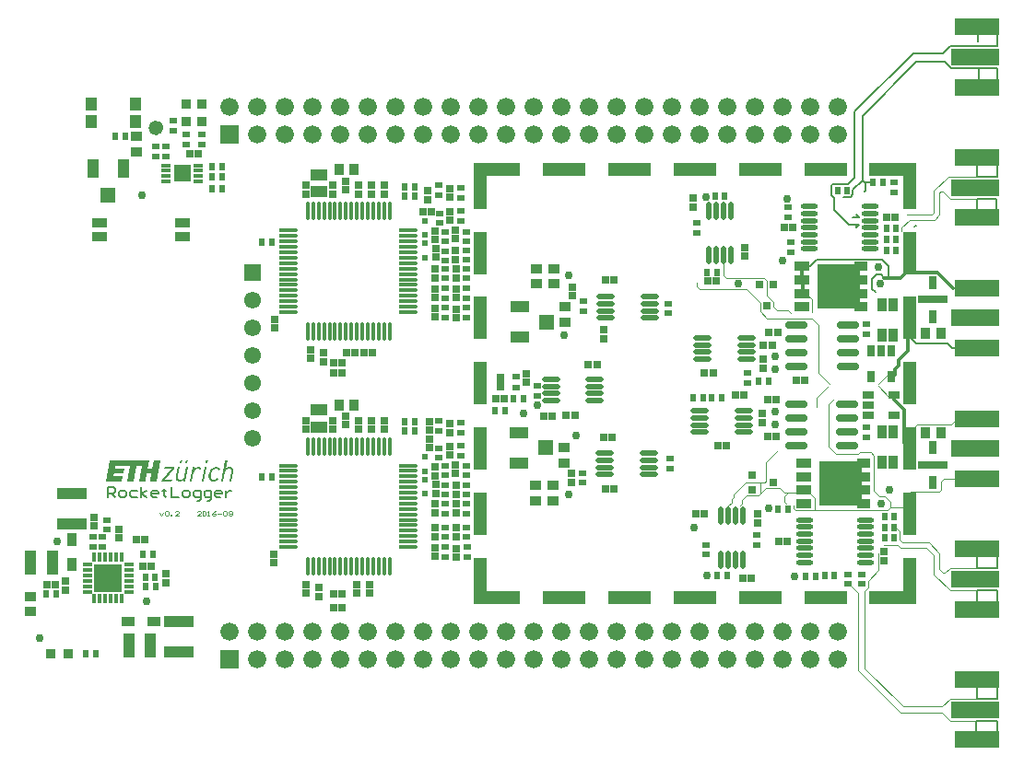
<source format=gbr>
G04 Layer_Color=8388736*
%FSLAX26Y26*%
%MOIN*%
%TF.FileFunction,Soldermask,Top*%
%TF.Part,Single*%
G01*
G75*
%TA.AperFunction,SMDPad,CuDef*%
%ADD20O,0.044291X0.008858*%
%ADD21O,0.043779X0.009842*%
%ADD22O,0.044764X0.007874*%
%ADD23O,0.043228X0.010827*%
%ADD24O,0.042598X0.011811*%
%ADD25O,0.029921X0.019685*%
%ADD26O,0.041850X0.012795*%
%ADD27O,0.040945X0.013780*%
%ADD28O,0.039882X0.014764*%
%ADD29O,0.038622X0.015748*%
%ADD30O,0.037126X0.016732*%
%ADD31O,0.035315X0.017716*%
%ADD32O,0.034055X0.018307*%
%ADD33O,0.033071X0.018701*%
%ADD34O,0.031496X0.019291*%
%ADD35O,0.024803X0.020472*%
%ADD36O,0.027953X0.020079*%
%ADD37C,0.020669*%
%TA.AperFunction,Conductor*%
%ADD77C,0.007874*%
%ADD79C,0.013780*%
%ADD85C,0.004921*%
%TA.AperFunction,NonConductor*%
%ADD88C,0.004724*%
%ADD89C,0.007874*%
%TA.AperFunction,SMDPad,CuDef*%
%ADD115R,0.026378X0.026378*%
%ADD119C,0.029528*%
%ADD121R,0.027559X0.023622*%
%ADD122R,0.026378X0.026378*%
%ADD124R,0.041339X0.033465*%
%ADD126R,0.033465X0.041339*%
%ADD127R,0.023622X0.027559*%
%ADD128O,0.061024X0.019685*%
%ADD130R,0.031496X0.041339*%
%ADD133O,0.064961X0.021614*%
%ADD134R,0.108268X0.043307*%
%ADD136R,0.161417X0.064961*%
%TA.AperFunction,ComponentPad*%
%ADD137C,0.061024*%
%ADD138R,0.061024X0.061024*%
%ADD139C,0.065906*%
%ADD140R,0.065906X0.065906*%
%TA.AperFunction,NonConductor*%
%ADD153C,0.027559*%
%TA.AperFunction,SMDPad,CuDef*%
%ADD154R,0.167323X0.045276*%
%ADD155R,0.045276X0.167323*%
%ADD156R,0.155512X0.045276*%
%ADD157R,0.045276X0.155512*%
%ADD158R,0.037402X0.037402*%
%ADD159R,0.057087X0.057087*%
%ADD160R,0.041339X0.068898*%
%ADD161R,0.041339X0.045276*%
%ADD162R,0.021654X0.024803*%
%ADD163R,0.059055X0.043307*%
%ADD164O,0.021614X0.064961*%
%ADD165R,0.035906X0.045276*%
%ADD166O,0.066929X0.015748*%
%ADD167O,0.015748X0.066929*%
%ADD168R,0.031496X0.025591*%
%ADD169R,0.055906X0.031890*%
%ADD170R,0.046063X0.031890*%
%ADD171R,0.057087X0.057087*%
%ADD172R,0.068898X0.041339*%
%ADD173O,0.080709X0.029528*%
%ADD174R,0.035906X0.050906*%
%ADD175R,0.050906X0.035906*%
%ADD176R,0.059449X0.063386*%
%ADD177R,0.035433X0.015748*%
%ADD178O,0.037402X0.015748*%
%ADD179O,0.015748X0.037402*%
%ADD180R,0.102362X0.102362*%
%ADD181R,0.037402X0.037402*%
%ADD182O,0.064961X0.021653*%
%ADD183R,0.044488X0.087795*%
%ADD184R,0.025591X0.031496*%
%ADD185R,0.041339X0.031496*%
%ADD186R,0.055906X0.035827*%
%ADD187R,0.029528X0.019685*%
%ADD188R,0.173228X0.064961*%
%ADD189R,0.025591X0.045276*%
%ADD190R,0.108268X0.029528*%
%TA.AperFunction,Conductor*%
%ADD191R,0.155906X0.159843*%
G36*
X3614402Y3720409D02*
X3607055D01*
Y3720606D01*
X3607973Y3725854D01*
X3606924Y3724804D01*
X3605809Y3723886D01*
X3604628Y3723098D01*
X3603381Y3722377D01*
X3602201Y3721852D01*
X3600954Y3721327D01*
X3599708Y3720934D01*
X3598593Y3720606D01*
X3597477Y3720409D01*
X3596493Y3720212D01*
X3595575Y3720081D01*
X3594788Y3719950D01*
X3594132D01*
X3593607Y3719884D01*
X3593213D01*
X3591705Y3719950D01*
X3590261Y3720146D01*
X3589015Y3720474D01*
X3587965Y3720802D01*
X3587047Y3721130D01*
X3586391Y3721458D01*
X3586129Y3721524D01*
X3585932Y3721655D01*
X3585866Y3721721D01*
X3585801D01*
X3584685Y3722442D01*
X3583701Y3723230D01*
X3582849Y3724082D01*
X3582193Y3724935D01*
X3581602Y3725657D01*
X3581209Y3726247D01*
X3580946Y3726641D01*
X3580881Y3726706D01*
Y3726772D01*
X3580290Y3728018D01*
X3579831Y3729330D01*
X3579569Y3730577D01*
X3579306Y3731692D01*
X3579175Y3732742D01*
Y3733135D01*
X3579109Y3733529D01*
Y3733857D01*
Y3734054D01*
Y3734185D01*
Y3734250D01*
X3579175Y3735825D01*
X3579306Y3736612D01*
X3579372Y3737334D01*
X3579503Y3737924D01*
X3579569Y3738383D01*
X3579634Y3738711D01*
Y3738842D01*
X3586129Y3771446D01*
X3593607D01*
X3593541Y3771380D01*
X3587244Y3739958D01*
X3587047Y3739039D01*
X3586916Y3738121D01*
X3586850Y3737334D01*
X3586785Y3736612D01*
X3586719Y3736087D01*
Y3735628D01*
Y3735366D01*
Y3735234D01*
X3586850Y3733791D01*
X3587113Y3732545D01*
X3587506Y3731430D01*
X3587965Y3730511D01*
X3588359Y3729790D01*
X3588753Y3729265D01*
X3589015Y3728937D01*
X3589146Y3728806D01*
X3590130Y3728018D01*
X3591245Y3727494D01*
X3592361Y3727100D01*
X3593476Y3726772D01*
X3594394Y3726641D01*
X3595181Y3726575D01*
X3595509Y3726510D01*
X3595903D01*
X3597412Y3726575D01*
X3598133Y3726706D01*
X3598724Y3726838D01*
X3599249Y3726903D01*
X3599708Y3727034D01*
X3599970Y3727100D01*
X3600036D01*
X3601348Y3727559D01*
X3602529Y3728150D01*
X3603578Y3728740D01*
X3604431Y3729330D01*
X3605218Y3729921D01*
X3605743Y3730380D01*
X3606071Y3730642D01*
X3606202Y3730774D01*
X3607383Y3732217D01*
X3608301Y3733726D01*
X3609089Y3735300D01*
X3609745Y3736809D01*
X3609941Y3737530D01*
X3610204Y3738186D01*
X3610335Y3738777D01*
X3610466Y3739236D01*
X3610597Y3739630D01*
X3610663Y3739958D01*
X3610729Y3740154D01*
Y3740220D01*
X3616961Y3771446D01*
X3624505D01*
X3614402Y3720409D01*
D02*
G37*
G36*
X3726841Y3772036D02*
X3728481Y3771839D01*
X3729858Y3771511D01*
X3731105Y3771183D01*
X3732089Y3770855D01*
X3732482Y3770724D01*
X3732810Y3770527D01*
X3733138Y3770462D01*
X3733335Y3770330D01*
X3733401Y3770265D01*
X3733466D01*
X3734778Y3769543D01*
X3735959Y3768625D01*
X3737074Y3767706D01*
X3737993Y3766722D01*
X3738780Y3765870D01*
X3739370Y3765214D01*
X3739567Y3764951D01*
X3739698Y3764754D01*
X3739829Y3764623D01*
Y3764558D01*
X3739961Y3764426D01*
X3734319Y3759703D01*
X3734253Y3759900D01*
X3733466Y3760950D01*
X3732745Y3761802D01*
X3732023Y3762524D01*
X3731367Y3763114D01*
X3730777Y3763574D01*
X3730383Y3763902D01*
X3730121Y3764098D01*
X3729989Y3764164D01*
X3729137Y3764623D01*
X3728153Y3764951D01*
X3727234Y3765148D01*
X3726381Y3765345D01*
X3725594Y3765410D01*
X3725004Y3765476D01*
X3724413D01*
X3723233Y3765410D01*
X3722117Y3765279D01*
X3721002Y3765017D01*
X3719953Y3764689D01*
X3718969Y3764361D01*
X3718050Y3763967D01*
X3717197Y3763508D01*
X3716410Y3763049D01*
X3715754Y3762590D01*
X3715098Y3762130D01*
X3714573Y3761737D01*
X3714114Y3761409D01*
X3713721Y3761081D01*
X3713458Y3760818D01*
X3713327Y3760687D01*
X3713261Y3760622D01*
X3712277Y3759441D01*
X3711425Y3758260D01*
X3710637Y3757014D01*
X3709981Y3755833D01*
X3709457Y3754849D01*
X3709260Y3754390D01*
X3709063Y3753996D01*
X3708932Y3753734D01*
X3708801Y3753471D01*
X3708735Y3753340D01*
Y3753274D01*
X3708276Y3752028D01*
X3707817Y3750716D01*
X3707489Y3749535D01*
X3707161Y3748354D01*
X3706964Y3747370D01*
X3706833Y3746977D01*
X3706767Y3746649D01*
X3706701Y3746321D01*
Y3746124D01*
X3706636Y3745993D01*
Y3745927D01*
X3706373Y3744418D01*
X3706177Y3742975D01*
X3706045Y3741729D01*
X3705980Y3740614D01*
X3705914Y3739695D01*
X3705849Y3738974D01*
Y3738711D01*
Y3738514D01*
Y3738449D01*
Y3738383D01*
X3705914Y3737268D01*
X3705980Y3736218D01*
X3706177Y3735234D01*
X3706373Y3734382D01*
X3706636Y3733529D01*
X3706964Y3732807D01*
X3707292Y3732086D01*
X3707620Y3731495D01*
X3707882Y3730905D01*
X3708210Y3730446D01*
X3708538Y3730052D01*
X3708801Y3729724D01*
X3708997Y3729462D01*
X3709194Y3729265D01*
X3709260Y3729199D01*
X3709325Y3729134D01*
X3710506Y3728281D01*
X3711687Y3727625D01*
X3712933Y3727166D01*
X3714114Y3726838D01*
X3715164Y3726641D01*
X3715623Y3726575D01*
X3716017D01*
X3716279Y3726510D01*
X3716738D01*
X3718050Y3726575D01*
X3719231Y3726706D01*
X3720281Y3726903D01*
X3721265Y3727166D01*
X3722052Y3727428D01*
X3722577Y3727625D01*
X3722970Y3727756D01*
X3723101Y3727822D01*
X3724217Y3728412D01*
X3725266Y3729068D01*
X3726250Y3729790D01*
X3727169Y3730577D01*
X3727890Y3731233D01*
X3728481Y3731758D01*
X3728874Y3732151D01*
X3729005Y3732217D01*
Y3732282D01*
X3729071Y3732348D01*
Y3732282D01*
X3733401Y3727034D01*
X3733335Y3726969D01*
X3732023Y3725722D01*
X3730645Y3724673D01*
X3729333Y3723754D01*
X3728153Y3723033D01*
X3727103Y3722442D01*
X3726644Y3722246D01*
X3726250Y3722049D01*
X3725922Y3721918D01*
X3725725Y3721786D01*
X3725594Y3721721D01*
X3725529D01*
X3723889Y3721130D01*
X3722249Y3720671D01*
X3720740Y3720343D01*
X3719297Y3720146D01*
X3718706Y3720015D01*
X3718116D01*
X3717591Y3719950D01*
X3717197Y3719884D01*
X3716345D01*
X3714377Y3719950D01*
X3712540Y3720212D01*
X3710900Y3720606D01*
X3709522Y3720999D01*
X3708866Y3721196D01*
X3708341Y3721393D01*
X3707882Y3721590D01*
X3707489Y3721786D01*
X3707161Y3721918D01*
X3706964Y3722049D01*
X3706833Y3722114D01*
X3706767D01*
X3705324Y3723033D01*
X3704077Y3724017D01*
X3703028Y3725066D01*
X3702175Y3726050D01*
X3701453Y3726969D01*
X3700929Y3727756D01*
X3700797Y3728018D01*
X3700666Y3728215D01*
X3700535Y3728346D01*
Y3728412D01*
X3699813Y3730052D01*
X3699289Y3731692D01*
X3698895Y3733332D01*
X3698633Y3734841D01*
X3698567Y3735562D01*
X3698501Y3736153D01*
X3698436Y3736743D01*
Y3737268D01*
X3698370Y3737662D01*
Y3737924D01*
Y3738121D01*
Y3738186D01*
X3698436Y3739630D01*
X3698501Y3741073D01*
X3698633Y3742385D01*
X3698764Y3743631D01*
X3698895Y3744615D01*
X3698961Y3745009D01*
X3699026Y3745402D01*
X3699092Y3745665D01*
X3699157Y3745862D01*
Y3745993D01*
Y3746058D01*
X3699617Y3748289D01*
X3700207Y3750454D01*
X3700863Y3752422D01*
X3701519Y3754324D01*
X3702306Y3756030D01*
X3703028Y3757604D01*
X3703815Y3759047D01*
X3704537Y3760294D01*
X3705258Y3761474D01*
X3705980Y3762458D01*
X3706570Y3763311D01*
X3707095Y3764033D01*
X3707554Y3764558D01*
X3707948Y3764951D01*
X3708145Y3765214D01*
X3708210Y3765279D01*
X3709522Y3766460D01*
X3710900Y3767510D01*
X3712277Y3768428D01*
X3713721Y3769215D01*
X3715164Y3769871D01*
X3716541Y3770462D01*
X3717919Y3770921D01*
X3719231Y3771249D01*
X3720412Y3771511D01*
X3721593Y3771774D01*
X3722577Y3771905D01*
X3723429Y3771970D01*
X3724151Y3772036D01*
X3724676Y3772102D01*
X3725135D01*
X3726841Y3772036D01*
D02*
G37*
G36*
X3759837Y3766329D02*
X3760887Y3767378D01*
X3762068Y3768231D01*
X3763249Y3769018D01*
X3764429Y3769674D01*
X3765676Y3770199D01*
X3766857Y3770724D01*
X3768037Y3771052D01*
X3769218Y3771380D01*
X3770268Y3771642D01*
X3771252Y3771774D01*
X3772105Y3771905D01*
X3772892Y3772036D01*
X3773548D01*
X3774007Y3772102D01*
X3774401D01*
X3775909Y3772036D01*
X3777353Y3771839D01*
X3778599Y3771511D01*
X3779714Y3771183D01*
X3780567Y3770855D01*
X3781223Y3770527D01*
X3781485Y3770462D01*
X3781682Y3770330D01*
X3781748Y3770265D01*
X3781813D01*
X3782929Y3769543D01*
X3783978Y3768756D01*
X3784831Y3767903D01*
X3785487Y3767050D01*
X3786077Y3766329D01*
X3786471Y3765738D01*
X3786733Y3765345D01*
X3786799Y3765279D01*
Y3765214D01*
X3787389Y3763967D01*
X3787849Y3762655D01*
X3788111Y3761409D01*
X3788373Y3760228D01*
X3788505Y3759178D01*
Y3758785D01*
X3788570Y3758391D01*
Y3758063D01*
Y3757866D01*
Y3757735D01*
Y3757670D01*
Y3756882D01*
X3788505Y3756030D01*
X3788439Y3755177D01*
X3788308Y3754324D01*
X3788242Y3753668D01*
X3788111Y3753078D01*
X3788045Y3752684D01*
Y3752618D01*
Y3752553D01*
X3781485Y3720409D01*
X3774073D01*
X3780370Y3751831D01*
X3780567Y3752946D01*
X3780698Y3753930D01*
X3780829Y3754718D01*
X3780895Y3755374D01*
X3780961Y3755898D01*
Y3756292D01*
Y3756489D01*
Y3756554D01*
X3780829Y3758063D01*
X3780567Y3759375D01*
X3780173Y3760490D01*
X3779714Y3761409D01*
X3779255Y3762130D01*
X3778861Y3762655D01*
X3778599Y3762983D01*
X3778468Y3763114D01*
X3777484Y3763902D01*
X3776434Y3764492D01*
X3775319Y3764886D01*
X3774269Y3765214D01*
X3773285Y3765345D01*
X3772564Y3765410D01*
X3772236Y3765476D01*
X3771842D01*
X3770333Y3765345D01*
X3769612Y3765279D01*
X3768956Y3765148D01*
X3768431Y3765017D01*
X3768037Y3764951D01*
X3767709Y3764820D01*
X3767644D01*
X3766332Y3764361D01*
X3765151Y3763770D01*
X3764101Y3763180D01*
X3763183Y3762590D01*
X3762461Y3761999D01*
X3761937Y3761540D01*
X3761609Y3761212D01*
X3761477Y3761081D01*
X3760297Y3759703D01*
X3759313Y3758129D01*
X3758525Y3756554D01*
X3757935Y3755046D01*
X3757410Y3753734D01*
X3757279Y3753143D01*
X3757148Y3752618D01*
X3757017Y3752225D01*
X3756951Y3751897D01*
X3756885Y3751700D01*
Y3751634D01*
X3750653Y3720409D01*
X3743241D01*
X3758197Y3794734D01*
X3765610D01*
X3759837Y3766329D01*
D02*
G37*
G36*
X3573074Y3765214D02*
X3539225Y3727034D01*
X3566055D01*
X3564809Y3720409D01*
X3528794D01*
X3530041Y3726706D01*
X3563825Y3764820D01*
X3538503D01*
Y3765017D01*
X3539749Y3771446D01*
X3574321D01*
X3573074Y3765214D01*
D02*
G37*
G36*
X3680986Y3720409D02*
X3673573D01*
Y3720606D01*
X3683807Y3771446D01*
X3691154D01*
X3680986Y3720409D01*
D02*
G37*
G36*
X3621684Y3785484D02*
X3614271D01*
X3616173Y3794734D01*
X3623586D01*
X3621684Y3785484D01*
D02*
G37*
G36*
X3694041D02*
X3686562D01*
X3688465Y3794734D01*
X3695943D01*
X3694041Y3785484D01*
D02*
G37*
G36*
X3601873D02*
X3594460D01*
X3596362Y3794734D01*
X3603775D01*
X3601873Y3785484D01*
D02*
G37*
G36*
X3662749Y3772036D02*
X3663930Y3771905D01*
X3665045Y3771642D01*
X3666161Y3771380D01*
X3667145Y3770986D01*
X3668063Y3770593D01*
X3668850Y3770134D01*
X3669637Y3769740D01*
X3670293Y3769281D01*
X3670884Y3768822D01*
X3671343Y3768428D01*
X3671802Y3768034D01*
X3672130Y3767772D01*
X3672327Y3767510D01*
X3672458Y3767378D01*
X3672524Y3767313D01*
X3672655Y3767182D01*
X3666554Y3761868D01*
Y3761934D01*
X3666029Y3762590D01*
X3665439Y3763114D01*
X3664849Y3763574D01*
X3664258Y3763967D01*
X3663077Y3764623D01*
X3661897Y3765017D01*
X3660913Y3765279D01*
X3660519Y3765345D01*
X3660125Y3765410D01*
X3659797Y3765476D01*
X3659404D01*
X3658157Y3765410D01*
X3656977Y3765214D01*
X3655861Y3764886D01*
X3654877Y3764623D01*
X3654090Y3764295D01*
X3653434Y3763967D01*
X3653041Y3763770D01*
X3652975Y3763705D01*
X3652909D01*
X3651794Y3762983D01*
X3650810Y3762196D01*
X3649957Y3761343D01*
X3649170Y3760556D01*
X3648580Y3759834D01*
X3648121Y3759244D01*
X3647858Y3758850D01*
X3647727Y3758785D01*
Y3758719D01*
X3647005Y3757538D01*
X3646349Y3756292D01*
X3645825Y3755111D01*
X3645431Y3753996D01*
X3645169Y3753078D01*
X3644906Y3752290D01*
X3644841Y3752028D01*
Y3751831D01*
X3644775Y3751700D01*
Y3751634D01*
X3638543Y3720409D01*
X3631065D01*
X3631130Y3720606D01*
X3641233Y3771446D01*
X3648645D01*
X3648514Y3771380D01*
X3647465Y3765607D01*
X3648383Y3766722D01*
X3649367Y3767641D01*
X3650417Y3768494D01*
X3651335Y3769150D01*
X3652188Y3769674D01*
X3652844Y3770068D01*
X3653106Y3770199D01*
X3653303Y3770330D01*
X3653369Y3770396D01*
X3653434D01*
X3654812Y3770986D01*
X3656255Y3771380D01*
X3657567Y3771708D01*
X3658813Y3771905D01*
X3659863Y3772036D01*
X3660322D01*
X3660716Y3772102D01*
X3661437D01*
X3662749Y3772036D01*
D02*
G37*
G36*
X3509311Y3720409D02*
X3485957D01*
X3491730Y3749207D01*
X3475068D01*
X3469295Y3720409D01*
X3446073D01*
X3457225Y3776169D01*
X3437741D01*
X3426524Y3720409D01*
X3403236D01*
X3414519Y3776169D01*
X3361449D01*
X3359415Y3765935D01*
X3392871D01*
X3389460Y3749207D01*
X3356004D01*
X3353970Y3739039D01*
X3387492D01*
X3383753Y3720409D01*
X3327074D01*
X3342031Y3794734D01*
X3484252D01*
X3478348Y3765935D01*
X3495141D01*
X3500914Y3794734D01*
X3524268D01*
X3509311Y3720409D01*
D02*
G37*
D20*
X3507874Y5007382D02*
D03*
Y4992618D02*
D03*
D21*
Y5007874D02*
D03*
Y4992126D02*
D03*
D22*
Y5006890D02*
D03*
Y4993110D02*
D03*
D23*
Y5008366D02*
D03*
Y4991634D02*
D03*
D24*
Y5008858D02*
D03*
Y4991142D02*
D03*
D25*
Y5012795D02*
D03*
Y4987205D02*
D03*
D26*
Y5009350D02*
D03*
Y4990650D02*
D03*
D27*
Y5009842D02*
D03*
Y4990158D02*
D03*
D28*
Y5010335D02*
D03*
Y4989665D02*
D03*
D29*
Y5010827D02*
D03*
Y4989173D02*
D03*
D30*
Y5011319D02*
D03*
Y4988681D02*
D03*
D31*
Y5011811D02*
D03*
Y4988189D02*
D03*
D32*
Y5012106D02*
D03*
Y4987894D02*
D03*
D33*
Y5012303D02*
D03*
Y4987697D02*
D03*
D34*
Y5012598D02*
D03*
Y4987402D02*
D03*
D35*
Y5013189D02*
D03*
Y4986811D02*
D03*
D36*
Y5012992D02*
D03*
Y4987008D02*
D03*
D37*
Y5013287D02*
D03*
Y4986713D02*
D03*
D77*
X6550198Y3256890D02*
X6551182Y3255905D01*
X6550197Y3455709D02*
X6551182Y3456693D01*
X6480315Y5311024D02*
Y5362008D01*
X6484252Y5215551D02*
X6551182D01*
X6074803Y4771654D02*
Y4803150D01*
X6070866Y4767717D02*
X6074803Y4771654D01*
X6039370Y4637795D02*
Y4648622D01*
Y4637795D02*
X6050197Y4648622D01*
X6039370D02*
X6050197D01*
X6012417D02*
X6039370D01*
X6035354Y4820701D02*
Y5059456D01*
X6245662Y5269764D01*
X6352441D01*
X6074803Y4803150D02*
X6100394D01*
X6480315Y3497638D02*
X6480315Y3497638D01*
X6388583Y4201968D02*
X6477362D01*
X6129921Y4468504D02*
X6141732Y4456693D01*
X6110236Y4468504D02*
X6129921D01*
X6110236Y4464567D02*
Y4468504D01*
X6098425Y4452756D02*
X6110236Y4464567D01*
X6098425Y4416230D02*
Y4452756D01*
Y4416230D02*
X6109688Y4404967D01*
X6257831Y5238232D02*
X6360193D01*
X6382874Y5215551D02*
X6483268D01*
X6484252Y5200787D02*
Y5215551D01*
Y5153740D02*
Y5200787D01*
X6063071Y5043472D02*
X6257831Y5238232D01*
X6069142Y4803150D02*
X6074803D01*
X6063071Y4809220D02*
X6069142Y4803150D01*
X6063071Y4809220D02*
Y5043472D01*
X6039370Y4685039D02*
X6049213Y4675197D01*
X6360193Y5238232D02*
X6382874Y5215551D01*
X6476378Y3258071D02*
X6477362Y3257087D01*
X6476378Y3325787D02*
X6550198D01*
X6476378Y3474213D02*
X6477362Y3475197D01*
X6476378Y3406496D02*
X6550197D01*
X6476378Y3311024D02*
Y3325787D01*
Y3258071D02*
Y3311024D01*
Y3421260D02*
Y3474213D01*
Y3406496D02*
Y3421260D01*
X6550197Y3406496D02*
Y3455709D01*
X6476378Y2948819D02*
Y3001772D01*
X6472441Y2789567D02*
X6477362Y2784646D01*
X6472441Y2789567D02*
Y2838583D01*
X6476378Y2934055D02*
Y2948819D01*
Y2934055D02*
X6551182D01*
Y2996063D01*
X6472441Y2838583D02*
Y2853347D01*
X6551182D01*
Y2811024D02*
Y2853347D01*
X6352441Y5269764D02*
X6378937Y5296260D01*
X6551182D02*
Y5334646D01*
X6520866Y4892520D02*
X6551181Y4862205D01*
Y4823819D02*
Y4862205D01*
X6476378Y4823819D02*
X6551181D01*
X6476378Y4838583D02*
Y4891535D01*
Y4823819D02*
Y4838583D01*
X6477362Y4743110D02*
X6547245D01*
Y4673228D02*
X6551182Y4669291D01*
X6251968Y4641732D02*
X6255905Y4645669D01*
X6028543Y4774693D02*
X6063071Y4809220D01*
X6028543Y4757874D02*
Y4774693D01*
X5994095Y4750984D02*
X6021654D01*
X6028543Y4757874D01*
X5959646Y4701393D02*
X6012417Y4648622D01*
X6010913Y4796260D02*
X6035354Y4820701D01*
X5951772Y4791339D02*
X5956693Y4796260D01*
X6010913D01*
X5951772Y4754921D02*
Y4791339D01*
Y4754921D02*
X5959646Y4747047D01*
Y4701393D02*
Y4747047D01*
X6232283Y4244095D02*
X6256890Y4219488D01*
X6371063D01*
X6388583Y4201968D01*
X6141732Y4456693D02*
X6142717Y4457677D01*
X5845472Y4499216D02*
X5874216D01*
X5897638Y4522638D01*
X6133858D01*
X6158465Y4498032D01*
Y4456693D02*
Y4498032D01*
X6477362Y4674409D02*
Y4743110D01*
X6547245Y4673228D02*
Y4743110D01*
X6028811Y4675197D02*
X6049213D01*
X6551182Y5145669D02*
Y5215551D01*
X6378937Y5296260D02*
X6551182D01*
X6550198Y3256890D02*
Y3325787D01*
X6425197Y3472820D02*
Y3497638D01*
X6480315D01*
D79*
X6179510Y4105588D02*
Y4125273D01*
X6200787Y4456693D02*
X6220472Y4476378D01*
X5845472Y4450197D02*
Y4499216D01*
X6334646Y4476378D02*
X6390945Y4420079D01*
X6158465Y4456693D02*
X6200787D01*
X6193290Y4139052D02*
Y4157856D01*
X6228038Y4192605D01*
Y4295584D01*
X6178159Y4014491D02*
Y4034176D01*
X6212598Y3858268D02*
Y3980052D01*
X6141732Y4456693D02*
X6158465D01*
X6178159Y4014491D02*
X6212598Y3980052D01*
X5845849Y4400197D02*
Y4447517D01*
X6179510Y4125273D02*
X6193290Y4139052D01*
X6220472Y4476378D02*
X6334646D01*
D85*
X5921260Y4094488D02*
X5942421Y4073327D01*
X5921260Y4046626D02*
X5939594Y4064961D01*
X5896958Y4022325D02*
X5921260Y4046626D01*
X5896958Y3989920D02*
Y4022325D01*
X6224409Y3649606D02*
X6232283Y3641732D01*
X6164380Y3626695D02*
X6217247D01*
X6047708Y3818920D02*
X6053811Y3825022D01*
X5968041Y3818920D02*
X6047708D01*
X6153061Y3615376D02*
X6164380Y3626695D01*
X5763779Y3696850D02*
X5780020Y3680610D01*
X5626477Y3638288D02*
Y3654036D01*
X5622047Y3633858D02*
X5626477Y3638288D01*
X5560039Y4465551D02*
Y4538386D01*
X5740158Y4351876D02*
Y4370079D01*
Y4351876D02*
X5752959Y4339075D01*
X5794783D01*
X5941447Y4000000D02*
X5962116Y4020669D01*
X5941447Y3845514D02*
X5968041Y3818920D01*
X6378937Y3406496D02*
X6476378D01*
X6362205Y3389764D02*
X6378937Y3406496D01*
X6352502Y3389764D02*
X6362205D01*
X6340551Y3401715D02*
X6352502Y3389764D01*
X6196850Y3509719D02*
X6208538Y3498032D01*
X6196850Y3509719D02*
Y3539370D01*
X6182360Y3553861D02*
X6196850Y3539370D01*
X6178159Y3553861D02*
X6182360D01*
X6378937Y3325787D02*
X6476378D01*
X6320866Y3383858D02*
X6378937Y3325787D01*
X6320866Y3383858D02*
Y3452616D01*
X6208538Y3498032D02*
X6303289D01*
X6340551Y3460770D01*
Y3401715D02*
Y3460770D01*
X6295136Y3478346D02*
X6320866Y3452616D01*
X6200384Y3478346D02*
X6295136D01*
X6190542Y3488189D02*
X6200384Y3478346D01*
X6140262Y3488189D02*
X6190542D01*
X6121565Y3399124D02*
Y3460988D01*
X6082677Y3360236D02*
X6121565Y3399124D01*
X6378937Y2934055D02*
X6476378D01*
X6209413Y2905020D02*
X6349902D01*
X6070374Y3044059D02*
X6209413Y2905020D01*
X6070374Y3044059D02*
Y3322343D01*
X6082677Y3334646D01*
Y3360236D01*
X6378937Y2853347D02*
X6472441D01*
X6349902Y2882382D02*
X6378937Y2853347D01*
X6349902Y2905020D02*
X6378937Y2934055D01*
X6200036Y2882382D02*
X6349902D01*
X6047736Y3034682D02*
X6200036Y2882382D01*
X6047736Y3034682D02*
Y3314961D01*
X6014272Y3348425D02*
X6047736Y3314961D01*
X6009842Y3348425D02*
X6014272D01*
X6314821Y4687008D02*
X6320866Y4693053D01*
Y4771793D01*
X6372892Y4823819D01*
X6476378D01*
X6185039Y4596457D02*
Y4602362D01*
X6378937Y4743110D02*
X6477362D01*
X6354331Y4767717D02*
X6378937Y4743110D01*
X6344628Y4767717D02*
X6354331D01*
X6340551Y4763640D02*
X6344628Y4767717D01*
X6340551Y4684900D02*
Y4763640D01*
X6322975Y4667323D02*
X6340551Y4684900D01*
X6232423Y4667323D02*
X6322975D01*
X6203740Y4638640D02*
X6232423Y4667323D01*
X6203740Y4625717D02*
Y4638640D01*
X6224270Y4687008D02*
X6314821D01*
X5857185Y4400197D02*
X5878937Y4378445D01*
X5716535Y4393701D02*
X5740158Y4370079D01*
X5716535Y4393701D02*
Y4445866D01*
X5706201Y4456201D02*
X5716535Y4445866D01*
X5569390Y4456201D02*
X5706201D01*
X5560039Y4465551D02*
X5569390Y4456201D01*
X5878937Y4332677D02*
Y4378445D01*
X5794783Y4339075D02*
X5803048Y4330810D01*
X5692913Y4334646D02*
Y4366142D01*
Y4334646D02*
X5718504Y4309055D01*
X5880905D01*
X5475394Y4415354D02*
X5643701D01*
X5692913Y4366142D01*
X5463583Y4427165D02*
X5475394Y4415354D01*
X5463583Y4427165D02*
Y4437992D01*
X5904528Y4111220D02*
Y4285433D01*
X5880905Y4309055D02*
X5904528Y4285433D01*
Y4111220D02*
X5921260Y4094488D01*
X6382874Y3927165D02*
X6403346Y3947638D01*
X6259842Y3927165D02*
X6382874D01*
X6232283Y3899606D02*
X6259842Y3927165D01*
X6356496Y3729528D02*
X6477362D01*
X6346457Y3719488D02*
X6356496Y3729528D01*
X6346457Y3687992D02*
Y3719488D01*
X6340551Y3682087D02*
X6346457Y3687992D01*
X6236220Y3682087D02*
X6340551D01*
X6232283Y3678150D02*
X6236220Y3682087D01*
X6232283Y3641732D02*
Y3678150D01*
X6164380Y3626695D02*
Y3646644D01*
X6053811Y3825022D02*
X6092301D01*
X6104331Y3686744D02*
Y3812992D01*
X6092301Y3825022D02*
X6104331Y3812992D01*
X5941447Y3845514D02*
Y4000000D01*
X6119461Y4064961D02*
X6158297Y4026124D01*
X5714567Y3720472D02*
Y3789370D01*
X5756912Y3831715D01*
X5597933Y3672477D02*
X5640023Y3714567D01*
X5708661D02*
X5714567Y3720472D01*
X5640023Y3714567D02*
X5692913D01*
X5708661D01*
X5589075Y3655020D02*
X5597933Y3663878D01*
Y3672477D01*
X5589075Y3644193D02*
Y3655020D01*
X5578740Y3633858D02*
X5589075Y3644193D01*
X5578740Y3596457D02*
Y3633858D01*
X5626477Y3654036D02*
X5642717Y3670276D01*
X5687008D01*
X5692913Y3676181D01*
Y3676181D02*
X5713583Y3696850D01*
X5763779D01*
X5692913Y3676181D02*
Y3714567D01*
X5780020Y3680610D02*
X5795200D01*
X5781496Y3666907D02*
X5795200Y3680610D01*
X5781496Y3644685D02*
Y3666907D01*
Y3644685D02*
X5787901Y3638280D01*
X5870307Y3680610D02*
X5890653Y3660265D01*
X5813976Y3622047D02*
X5820647Y3615376D01*
X5813976Y3622047D02*
Y3631890D01*
X5890653Y3615472D02*
Y3660265D01*
X5820647Y3615376D02*
X5890748D01*
X6153061D01*
X6144685Y3666339D02*
X6164380Y3646644D01*
X6104331Y3686744D02*
X6124737Y3666339D01*
X6144685D01*
X5795200Y3680610D02*
X5870307D01*
X6119335Y4073327D02*
X6159648Y4113639D01*
D88*
X3521464Y3607607D02*
X3528024Y3594488D01*
X3534583Y3607607D01*
X3541143Y3610887D02*
X3544423Y3614167D01*
X3550982D01*
X3554262Y3610887D01*
Y3597768D01*
X3550982Y3594488D01*
X3544423D01*
X3541143Y3597768D01*
Y3610887D01*
X3560822Y3594488D02*
Y3597768D01*
X3564101D01*
Y3594488D01*
X3560822D01*
X3590340D02*
X3577220D01*
X3590340Y3607607D01*
Y3610887D01*
X3587060Y3614167D01*
X3580500D01*
X3577220Y3610887D01*
X3669054Y3594488D02*
X3655935D01*
X3669054Y3607607D01*
Y3610887D01*
X3665774Y3614167D01*
X3659215D01*
X3655935Y3610887D01*
X3675613D02*
X3678893Y3614167D01*
X3685453D01*
X3688733Y3610887D01*
Y3597768D01*
X3685453Y3594488D01*
X3678893D01*
X3675613Y3597768D01*
Y3610887D01*
X3695292Y3594488D02*
X3701852D01*
X3698572D01*
Y3614167D01*
X3695292Y3610887D01*
X3724810Y3614167D02*
X3718250Y3610887D01*
X3711691Y3604327D01*
Y3597768D01*
X3714971Y3594488D01*
X3721530D01*
X3724810Y3597768D01*
Y3601048D01*
X3721530Y3604327D01*
X3711691D01*
X3731369D02*
X3744489D01*
X3751048Y3610887D02*
X3754328Y3614167D01*
X3760887D01*
X3764167Y3610887D01*
Y3597768D01*
X3760887Y3594488D01*
X3754328D01*
X3751048Y3597768D01*
Y3610887D01*
X3770727Y3597768D02*
X3774006Y3594488D01*
X3780566D01*
X3783846Y3597768D01*
Y3610887D01*
X3780566Y3614167D01*
X3774006D01*
X3770727Y3610887D01*
Y3607607D01*
X3774006Y3604327D01*
X3783846D01*
D89*
X3334646Y3661417D02*
Y3700775D01*
X3354324D01*
X3360884Y3694215D01*
Y3681096D01*
X3354324Y3674536D01*
X3334646D01*
X3347765D02*
X3360884Y3661417D01*
X3380563D02*
X3393682D01*
X3400241Y3667977D01*
Y3681096D01*
X3393682Y3687655D01*
X3380563D01*
X3374003Y3681096D01*
Y3667977D01*
X3380563Y3661417D01*
X3439599Y3687655D02*
X3419920D01*
X3413360Y3681096D01*
Y3667977D01*
X3419920Y3661417D01*
X3439599D01*
X3452718D02*
Y3700775D01*
Y3674536D02*
X3472397Y3687655D01*
X3452718Y3674536D02*
X3472397Y3661417D01*
X3511754D02*
X3498635D01*
X3492075Y3667977D01*
Y3681096D01*
X3498635Y3687655D01*
X3511754D01*
X3518314Y3681096D01*
Y3674536D01*
X3492075D01*
X3537992Y3694215D02*
Y3687655D01*
X3531433D01*
X3544552D01*
X3537992D01*
Y3667977D01*
X3544552Y3661417D01*
X3564231Y3700775D02*
Y3661417D01*
X3590469D01*
X3610148D02*
X3623267D01*
X3629826Y3667977D01*
Y3681096D01*
X3623267Y3687655D01*
X3610148D01*
X3603588Y3681096D01*
Y3667977D01*
X3610148Y3661417D01*
X3656064Y3648298D02*
X3662624D01*
X3669184Y3654858D01*
Y3687655D01*
X3649505D01*
X3642945Y3681096D01*
Y3667977D01*
X3649505Y3661417D01*
X3669184D01*
X3695422Y3648298D02*
X3701981D01*
X3708541Y3654858D01*
Y3687655D01*
X3688862D01*
X3682303Y3681096D01*
Y3667977D01*
X3688862Y3661417D01*
X3708541D01*
X3741339D02*
X3728220D01*
X3721660Y3667977D01*
Y3681096D01*
X3728220Y3687655D01*
X3741339D01*
X3747898Y3681096D01*
Y3674536D01*
X3721660D01*
X3761017Y3687655D02*
Y3661417D01*
Y3674536D01*
X3767577Y3681096D01*
X3774137Y3687655D01*
X3780696D01*
D115*
X5011811Y3748031D02*
D03*
Y3716535D02*
D03*
X4515748Y3637795D02*
D03*
Y3606299D02*
D03*
Y4488189D02*
D03*
Y4456693D02*
D03*
X4594488Y3476378D02*
D03*
Y3444882D02*
D03*
Y4342520D02*
D03*
Y4311024D02*
D03*
X6141732Y3464567D02*
D03*
Y3433071D02*
D03*
X5685039Y3602362D02*
D03*
Y3570866D02*
D03*
X4515748Y4346457D02*
D03*
Y4314961D02*
D03*
Y3480315D02*
D03*
Y3448819D02*
D03*
X4594488Y4488189D02*
D03*
Y4456693D02*
D03*
Y3637795D02*
D03*
Y3606299D02*
D03*
X4590551Y4629921D02*
D03*
Y4598425D02*
D03*
Y3779528D02*
D03*
Y3748032D02*
D03*
X4515748Y4625984D02*
D03*
Y4594488D02*
D03*
Y3519685D02*
D03*
Y3551181D02*
D03*
Y4385827D02*
D03*
Y4417323D02*
D03*
X4519685Y4531496D02*
D03*
Y4562992D02*
D03*
X4496063Y3842520D02*
D03*
Y3874016D02*
D03*
X5704724Y4129921D02*
D03*
Y4161417D02*
D03*
X4570866Y4665355D02*
D03*
Y4696851D02*
D03*
Y3814961D02*
D03*
Y3846457D02*
D03*
X4590551Y4523622D02*
D03*
Y4555118D02*
D03*
X4594488Y3673229D02*
D03*
Y3704725D02*
D03*
X4594488Y4385827D02*
D03*
Y4417323D02*
D03*
Y3519685D02*
D03*
Y3551181D02*
D03*
X4519685Y3677165D02*
D03*
Y3708661D02*
D03*
X4515748Y3771654D02*
D03*
Y3740157D02*
D03*
X4145669Y4759843D02*
D03*
Y4791339D02*
D03*
X4192913Y4775591D02*
D03*
Y4807087D02*
D03*
X4051181Y4759843D02*
D03*
Y4791339D02*
D03*
X4145669Y3909449D02*
D03*
Y3940945D02*
D03*
X4192913Y3925197D02*
D03*
Y3956693D02*
D03*
X4051181Y3909449D02*
D03*
Y3940945D02*
D03*
X3542913Y3354331D02*
D03*
Y3385827D02*
D03*
X4846457Y4078740D02*
D03*
Y4110236D02*
D03*
X5450787Y4713949D02*
D03*
Y4745445D02*
D03*
X5700787Y3933071D02*
D03*
Y3964567D02*
D03*
X3181102Y3326772D02*
D03*
Y3358268D02*
D03*
X3283071Y3590551D02*
D03*
Y3559055D02*
D03*
X5013162Y4391732D02*
D03*
Y4423228D02*
D03*
X4496063Y3937008D02*
D03*
Y3905512D02*
D03*
X4492126Y4771654D02*
D03*
Y4740158D02*
D03*
X5638779Y4566929D02*
D03*
Y4535433D02*
D03*
X5125984Y4267717D02*
D03*
Y4236221D02*
D03*
X4570866Y4779528D02*
D03*
Y4748032D02*
D03*
Y3929134D02*
D03*
Y3897638D02*
D03*
X3373622Y3515748D02*
D03*
Y3547244D02*
D03*
X4240157Y4759843D02*
D03*
Y4791339D02*
D03*
Y3909449D02*
D03*
Y3940945D02*
D03*
X4287401Y4759843D02*
D03*
Y4791339D02*
D03*
Y3909449D02*
D03*
Y3940945D02*
D03*
X4334646Y4759843D02*
D03*
Y4791339D02*
D03*
Y3909449D02*
D03*
Y3940945D02*
D03*
X4114173Y4153543D02*
D03*
Y4185039D02*
D03*
X4098425Y3303150D02*
D03*
Y3334646D02*
D03*
X4279528Y3346457D02*
D03*
Y3314961D02*
D03*
X4232283Y3346457D02*
D03*
Y3314961D02*
D03*
X4066929Y4196850D02*
D03*
Y4165354D02*
D03*
X4051181Y3346457D02*
D03*
Y3314961D02*
D03*
X3937008Y4307087D02*
D03*
Y4275591D02*
D03*
X3933071Y3456693D02*
D03*
Y3425197D02*
D03*
D119*
X4885827Y3995079D02*
D03*
X4838583Y3964567D02*
D03*
X6125984Y4437008D02*
D03*
X6122047Y4496063D02*
D03*
X5748032Y4125984D02*
D03*
Y4173228D02*
D03*
Y3972441D02*
D03*
Y3925197D02*
D03*
X5614173Y4437008D02*
D03*
X5496063Y4748032D02*
D03*
X5001351Y4466535D02*
D03*
X4984252Y4248032D02*
D03*
X5724409Y3622047D02*
D03*
X5815955Y3376695D02*
D03*
X5773622Y4517717D02*
D03*
X3472441Y3287402D02*
D03*
X3149606Y3503937D02*
D03*
X5027559Y3885827D02*
D03*
X5000000Y3673228D02*
D03*
X5500000Y3377953D02*
D03*
X5452756Y3551181D02*
D03*
X6128937Y3639764D02*
D03*
X6161417Y3688976D02*
D03*
X3086614Y3153543D02*
D03*
X5791339Y4744095D02*
D03*
X3456693Y4755905D02*
D03*
D121*
X5051181Y3714567D02*
D03*
Y3750000D02*
D03*
X3673228Y4974409D02*
D03*
Y4938976D02*
D03*
X4629921Y3777559D02*
D03*
Y3742126D02*
D03*
X4633858Y3482284D02*
D03*
Y3446851D02*
D03*
X4629921Y4348425D02*
D03*
Y4312992D02*
D03*
Y3553150D02*
D03*
Y3517717D02*
D03*
Y4419291D02*
D03*
Y4383858D02*
D03*
Y3706693D02*
D03*
Y3671260D02*
D03*
Y4557087D02*
D03*
Y4521654D02*
D03*
X4610236Y3848426D02*
D03*
Y3812992D02*
D03*
Y4698819D02*
D03*
Y4663386D02*
D03*
X4555118Y3482284D02*
D03*
Y3446851D02*
D03*
Y4348425D02*
D03*
Y4312992D02*
D03*
Y3553150D02*
D03*
Y3517717D02*
D03*
Y4419291D02*
D03*
Y4383858D02*
D03*
X4531496Y3840552D02*
D03*
Y3805119D02*
D03*
X4535433Y4690945D02*
D03*
Y4655512D02*
D03*
X3618110Y4974409D02*
D03*
Y4938976D02*
D03*
X4629921Y4454724D02*
D03*
Y4490157D02*
D03*
X4555118Y4454724D02*
D03*
Y4490157D02*
D03*
Y4624016D02*
D03*
Y4588583D02*
D03*
X4629921Y4624016D02*
D03*
Y4588583D02*
D03*
X5645669Y4076772D02*
D03*
Y4112205D02*
D03*
X6059055Y3348425D02*
D03*
Y3383858D02*
D03*
X4555118Y4517717D02*
D03*
Y4553150D02*
D03*
Y3671260D02*
D03*
Y3706693D02*
D03*
X6009842Y3348425D02*
D03*
Y3383858D02*
D03*
X4555118Y3604331D02*
D03*
Y3639764D02*
D03*
Y3777559D02*
D03*
Y3742126D02*
D03*
X4629921Y3604331D02*
D03*
Y3639764D02*
D03*
X4610236Y3895670D02*
D03*
Y3931103D02*
D03*
Y4746063D02*
D03*
Y4781496D02*
D03*
X4531496Y3903543D02*
D03*
Y3938976D02*
D03*
X4531496Y4755906D02*
D03*
Y4791339D02*
D03*
X5366142Y3765748D02*
D03*
Y3801181D02*
D03*
X5362205Y4328740D02*
D03*
Y4364173D02*
D03*
X3279528Y3482283D02*
D03*
Y3517716D02*
D03*
X3330315Y3580709D02*
D03*
Y3545276D02*
D03*
X3314567Y3517717D02*
D03*
Y3482284D02*
D03*
X4885827Y4064961D02*
D03*
Y4029528D02*
D03*
X5055118Y4372047D02*
D03*
Y4336614D02*
D03*
X3507874Y4895669D02*
D03*
Y4931102D02*
D03*
X3543307Y4895669D02*
D03*
Y4931102D02*
D03*
X3570866Y5025591D02*
D03*
Y4990158D02*
D03*
X6078740Y4253937D02*
D03*
Y4289370D02*
D03*
X6077766Y3880632D02*
D03*
Y3916066D02*
D03*
X5681102Y3525591D02*
D03*
Y3490157D02*
D03*
X5464567Y4620079D02*
D03*
Y4655512D02*
D03*
X5496063Y3490157D02*
D03*
Y3454724D02*
D03*
X6177165Y4801181D02*
D03*
Y4765748D02*
D03*
X5793307Y4712599D02*
D03*
Y4677165D02*
D03*
X5803150Y4549212D02*
D03*
Y4584646D02*
D03*
D122*
X4149606Y4114174D02*
D03*
X4181102D02*
D03*
X4149606Y4149606D02*
D03*
X4181102D02*
D03*
X5503937Y4444882D02*
D03*
X5535433D02*
D03*
X5523622Y4114173D02*
D03*
X5492126D02*
D03*
X5759842Y3503937D02*
D03*
X5791338D02*
D03*
X5779528Y4637795D02*
D03*
X5811024D02*
D03*
X6149606Y4677165D02*
D03*
X6181102D02*
D03*
X5629921Y3370079D02*
D03*
X5661417D02*
D03*
X5633858Y4031496D02*
D03*
X5602362D02*
D03*
X5704724Y4212598D02*
D03*
X5736220D02*
D03*
X5822835Y4086614D02*
D03*
X5854331D02*
D03*
X5724409Y4259842D02*
D03*
X5755905D02*
D03*
X5719498Y4016459D02*
D03*
X5750994D02*
D03*
X4503937Y4696850D02*
D03*
X4472441D02*
D03*
X4149606Y3311024D02*
D03*
X4181102D02*
D03*
X4149606Y3263780D02*
D03*
X4181102D02*
D03*
X5570866Y3850394D02*
D03*
X5539370D02*
D03*
X3113780Y3346457D02*
D03*
X3145276D02*
D03*
X4909449Y3956693D02*
D03*
X4940945D02*
D03*
X4992126Y3960630D02*
D03*
X5023622D02*
D03*
X5460630Y3602362D02*
D03*
X5492126D02*
D03*
X3460236Y3413386D02*
D03*
X3491732D02*
D03*
X5070866Y4141732D02*
D03*
X5102362D02*
D03*
X3468110Y3507874D02*
D03*
X3436614D02*
D03*
X4767717Y4019685D02*
D03*
X4736221D02*
D03*
X5133858Y3692913D02*
D03*
X5165354D02*
D03*
X5157480Y3877953D02*
D03*
X5125984D02*
D03*
X5165354Y4448819D02*
D03*
X5133858D02*
D03*
X5750994Y3882601D02*
D03*
X5719498D02*
D03*
X3661417Y4905512D02*
D03*
X3629921D02*
D03*
X4291339Y4185039D02*
D03*
X4259843D02*
D03*
X4196850D02*
D03*
X4228346D02*
D03*
D124*
X3437008Y4968504D02*
D03*
Y4913386D02*
D03*
X4985603Y4297244D02*
D03*
Y4352362D02*
D03*
X4881890Y3649606D02*
D03*
Y3704724D02*
D03*
X4946233Y4435039D02*
D03*
Y4490157D02*
D03*
X4944882Y3704724D02*
D03*
Y3649606D02*
D03*
X3054724Y3303150D02*
D03*
Y3248032D02*
D03*
X4984252Y3842520D02*
D03*
Y3787402D02*
D03*
X4883241Y4490158D02*
D03*
Y4435039D02*
D03*
D126*
X4224409Y4850394D02*
D03*
X4169291D02*
D03*
X4224409Y3996063D02*
D03*
X4169291D02*
D03*
X6291338Y3897638D02*
D03*
X6346457D02*
D03*
X6291339Y4255905D02*
D03*
X6346457D02*
D03*
D127*
X3927165Y4586615D02*
D03*
X3891732D02*
D03*
X5517717Y4023622D02*
D03*
X5553150D02*
D03*
X5450787D02*
D03*
X5486220D02*
D03*
X6185039Y4596457D02*
D03*
X6149606D02*
D03*
X6178159Y3553861D02*
D03*
X6142726D02*
D03*
X6100394Y4803150D02*
D03*
X6135827D02*
D03*
X6185039Y4635827D02*
D03*
X6149606D02*
D03*
X6178159Y3514491D02*
D03*
X6142726D02*
D03*
X6007874Y4773622D02*
D03*
X5972441D02*
D03*
X5687008Y4082677D02*
D03*
X5722441D02*
D03*
X3395669Y4968504D02*
D03*
X3360236D02*
D03*
X4407480Y4751969D02*
D03*
X4442913D02*
D03*
X4407480Y4787402D02*
D03*
X4442913D02*
D03*
X4407480Y3901575D02*
D03*
X4442913D02*
D03*
X4407480Y3937008D02*
D03*
X4442913D02*
D03*
X4836614Y4019685D02*
D03*
X4801181D02*
D03*
X3112205Y3311024D02*
D03*
X3147638D02*
D03*
X3746063Y4858268D02*
D03*
X3710630D02*
D03*
X3710630Y4779528D02*
D03*
X3746063D02*
D03*
X3710630Y4822835D02*
D03*
X3746063D02*
D03*
X3505905Y3338583D02*
D03*
X3470472D02*
D03*
X3497638Y3456693D02*
D03*
X3462205D02*
D03*
X3253937Y3094488D02*
D03*
X3289370D02*
D03*
X4734252Y3976378D02*
D03*
X4769685D02*
D03*
X3505512Y3374016D02*
D03*
X3470079D02*
D03*
X3927165Y3736221D02*
D03*
X3891732D02*
D03*
X5537402Y4476378D02*
D03*
X5501968D02*
D03*
X5564961Y4751968D02*
D03*
X5529528D02*
D03*
X5537401Y3377953D02*
D03*
X5572835D02*
D03*
X6178159Y3593231D02*
D03*
X6142726D02*
D03*
X6149606Y4557087D02*
D03*
X6185039D02*
D03*
X5961624Y3380632D02*
D03*
X5926191D02*
D03*
X5793307Y3618110D02*
D03*
X5757874D02*
D03*
X5857293Y3376695D02*
D03*
X5892726D02*
D03*
D128*
X6090551Y4561024D02*
D03*
Y4586614D02*
D03*
Y4612205D02*
D03*
Y4637795D02*
D03*
Y4663386D02*
D03*
Y4688976D02*
D03*
Y4714567D02*
D03*
X5870079Y4561024D02*
D03*
Y4586614D02*
D03*
Y4612205D02*
D03*
Y4637795D02*
D03*
Y4663386D02*
D03*
Y4688976D02*
D03*
Y4714567D02*
D03*
X6074803Y3427165D02*
D03*
Y3452756D02*
D03*
Y3478346D02*
D03*
Y3503937D02*
D03*
Y3529528D02*
D03*
Y3555118D02*
D03*
Y3580709D02*
D03*
X5854331Y3427165D02*
D03*
Y3452756D02*
D03*
Y3478346D02*
D03*
Y3503937D02*
D03*
Y3529528D02*
D03*
Y3555118D02*
D03*
Y3580709D02*
D03*
D130*
X6167323Y4192913D02*
D03*
X6129921D02*
D03*
X6092520D02*
D03*
Y4098425D02*
D03*
X6167323D02*
D03*
D133*
X4936024Y4089567D02*
D03*
Y4063976D02*
D03*
Y4038386D02*
D03*
Y4012795D02*
D03*
X5095472Y4089567D02*
D03*
Y4063976D02*
D03*
Y4038386D02*
D03*
Y4012795D02*
D03*
X5132874Y4388780D02*
D03*
Y4363189D02*
D03*
Y4337599D02*
D03*
Y4312008D02*
D03*
X5292323Y4388780D02*
D03*
Y4363189D02*
D03*
Y4337599D02*
D03*
Y4312008D02*
D03*
X5130905Y3821851D02*
D03*
Y3796260D02*
D03*
Y3770669D02*
D03*
Y3745079D02*
D03*
X5290354Y3821851D02*
D03*
Y3796260D02*
D03*
Y3770669D02*
D03*
Y3745079D02*
D03*
D134*
X3590158Y3102362D02*
D03*
Y3212598D02*
D03*
X3204331Y3677165D02*
D03*
Y3566929D02*
D03*
D136*
X6477362Y3002756D02*
D03*
Y2784646D02*
D03*
Y5364960D02*
D03*
Y5146850D02*
D03*
Y4420079D02*
D03*
Y4201968D02*
D03*
Y3947638D02*
D03*
Y3729528D02*
D03*
Y3475197D02*
D03*
Y3257087D02*
D03*
Y4892520D02*
D03*
Y4674409D02*
D03*
D137*
X3858268Y4176378D02*
D03*
Y4376378D02*
D03*
Y4276378D02*
D03*
Y4076378D02*
D03*
Y3976378D02*
D03*
Y3876378D02*
D03*
D138*
Y4476378D02*
D03*
D139*
X5975000Y5075000D02*
D03*
X5875000D02*
D03*
X5775000D02*
D03*
X5675000D02*
D03*
X5575000D02*
D03*
X5475000D02*
D03*
X5375000D02*
D03*
X5275000D02*
D03*
X5175000D02*
D03*
X5075000D02*
D03*
X4975000D02*
D03*
X4875000D02*
D03*
X4775000D02*
D03*
X4675000D02*
D03*
X4575000D02*
D03*
X4475000D02*
D03*
X4375000D02*
D03*
X4275000D02*
D03*
X4175000D02*
D03*
X4075000D02*
D03*
X3975000D02*
D03*
X3875000D02*
D03*
X3775000D02*
D03*
X5975000Y4975000D02*
D03*
X5875000D02*
D03*
X5775000D02*
D03*
X5675000D02*
D03*
X5575000D02*
D03*
X5475000D02*
D03*
X5375000D02*
D03*
X5275000D02*
D03*
X5175000D02*
D03*
X5075000D02*
D03*
X4975000D02*
D03*
X4875000D02*
D03*
X4775000D02*
D03*
X4675000D02*
D03*
X4575000D02*
D03*
X4475000D02*
D03*
X4375000D02*
D03*
X4275000D02*
D03*
X4175000D02*
D03*
X4075000D02*
D03*
X3975000D02*
D03*
X3875000D02*
D03*
Y3075000D02*
D03*
X3975000D02*
D03*
X4075000D02*
D03*
X4175000D02*
D03*
X4275000D02*
D03*
X4375000D02*
D03*
X4475000D02*
D03*
X4575000D02*
D03*
X4675000D02*
D03*
X4775000D02*
D03*
X4875000D02*
D03*
X4975000D02*
D03*
X5075000D02*
D03*
X5175000D02*
D03*
X5275000D02*
D03*
X5375000D02*
D03*
X5475000D02*
D03*
X5575000D02*
D03*
X5675000D02*
D03*
X5775000D02*
D03*
X5875000D02*
D03*
X5975000D02*
D03*
X3775000Y3175000D02*
D03*
X3875000D02*
D03*
X3975000D02*
D03*
X4075000D02*
D03*
X4175000D02*
D03*
X4275000D02*
D03*
X4375000D02*
D03*
X4475000D02*
D03*
X4575000D02*
D03*
X4675000D02*
D03*
X4775000D02*
D03*
X4875000D02*
D03*
X4975000D02*
D03*
X5075000D02*
D03*
X5175000D02*
D03*
X5275000D02*
D03*
X5375000D02*
D03*
X5475000D02*
D03*
X5575000D02*
D03*
X5675000D02*
D03*
X5775000D02*
D03*
X5875000D02*
D03*
X5975000D02*
D03*
D140*
X3775000Y4975000D02*
D03*
Y3075000D02*
D03*
D153*
X3521653Y5000000D02*
G03*
X3521653Y5000000I-13780J0D01*
G01*
D154*
X6171260Y3299213D02*
D03*
Y4850394D02*
D03*
X4742126D02*
D03*
Y3299213D02*
D03*
D155*
X6232283Y3360236D02*
D03*
Y4789370D02*
D03*
X4681102D02*
D03*
Y3360236D02*
D03*
D156*
X5929134Y3299213D02*
D03*
X5692913D02*
D03*
X5456693D02*
D03*
X5220472D02*
D03*
X4984252D02*
D03*
X4984252Y4850394D02*
D03*
X5220472D02*
D03*
X5456693D02*
D03*
X5692913D02*
D03*
X5929134D02*
D03*
D157*
X6232283Y4547244D02*
D03*
Y4311024D02*
D03*
Y4074803D02*
D03*
Y3838583D02*
D03*
Y3602362D02*
D03*
X4681102Y4547244D02*
D03*
Y4311024D02*
D03*
Y4074803D02*
D03*
Y3838583D02*
D03*
Y3602362D02*
D03*
D158*
X3673228Y5086614D02*
D03*
Y5023622D02*
D03*
X3618110D02*
D03*
Y5086614D02*
D03*
D159*
X3334646Y4755118D02*
D03*
D160*
X3279724Y4851181D02*
D03*
X3389567D02*
D03*
D161*
X3435039Y5023619D02*
D03*
X3273622D02*
D03*
X3435039Y5086611D02*
D03*
X3273622D02*
D03*
D162*
X4480315Y4581102D02*
D03*
Y4529134D02*
D03*
Y4663780D02*
D03*
Y4611811D02*
D03*
Y3809449D02*
D03*
Y3757480D02*
D03*
Y3726772D02*
D03*
Y3674803D02*
D03*
D163*
X4098425Y3980315D02*
D03*
Y3917323D02*
D03*
Y4830709D02*
D03*
Y4767717D02*
D03*
D164*
X5552165Y3436024D02*
D03*
X5577756D02*
D03*
X5603346D02*
D03*
X5628937D02*
D03*
X5552165Y3595472D02*
D03*
X5577756D02*
D03*
X5603346D02*
D03*
X5628937D02*
D03*
X5585630Y4697835D02*
D03*
X5560039D02*
D03*
X5534449D02*
D03*
X5508858D02*
D03*
X5585630Y4538386D02*
D03*
X5560039D02*
D03*
X5534449D02*
D03*
X5508858D02*
D03*
D165*
X6132572Y3897913D02*
D03*
Y3788543D02*
D03*
X6172572Y3788543D02*
D03*
Y3897913D02*
D03*
X6133547Y4248468D02*
D03*
Y4357838D02*
D03*
X6173547Y4357838D02*
D03*
Y4248468D02*
D03*
D166*
X4422244Y3482284D02*
D03*
Y3501969D02*
D03*
Y3521654D02*
D03*
Y3541339D02*
D03*
Y3561024D02*
D03*
Y3580709D02*
D03*
Y3600394D02*
D03*
Y3620079D02*
D03*
Y3639764D02*
D03*
Y3659449D02*
D03*
Y3679134D02*
D03*
Y3698819D02*
D03*
Y3718504D02*
D03*
Y3738189D02*
D03*
Y3757874D02*
D03*
Y3777559D02*
D03*
X3987205D02*
D03*
Y3757874D02*
D03*
Y3738189D02*
D03*
Y3718504D02*
D03*
Y3698819D02*
D03*
Y3679134D02*
D03*
Y3659449D02*
D03*
Y3639764D02*
D03*
Y3620079D02*
D03*
Y3600394D02*
D03*
Y3580709D02*
D03*
Y3561024D02*
D03*
Y3541339D02*
D03*
Y3521654D02*
D03*
Y3501969D02*
D03*
Y3482284D02*
D03*
X4422244Y4332678D02*
D03*
Y4352363D02*
D03*
Y4372048D02*
D03*
Y4391733D02*
D03*
Y4411418D02*
D03*
Y4431103D02*
D03*
Y4450788D02*
D03*
Y4470473D02*
D03*
Y4490158D02*
D03*
Y4509843D02*
D03*
Y4529528D02*
D03*
Y4549213D02*
D03*
Y4568898D02*
D03*
Y4588583D02*
D03*
Y4608268D02*
D03*
Y4627953D02*
D03*
X3987205D02*
D03*
Y4608268D02*
D03*
Y4588583D02*
D03*
Y4568898D02*
D03*
Y4549213D02*
D03*
Y4529528D02*
D03*
Y4509843D02*
D03*
Y4490158D02*
D03*
Y4470473D02*
D03*
Y4450788D02*
D03*
Y4431103D02*
D03*
Y4411418D02*
D03*
Y4391733D02*
D03*
Y4372048D02*
D03*
Y4352363D02*
D03*
Y4332678D02*
D03*
D167*
X4352362Y3847441D02*
D03*
X4332677D02*
D03*
X4312992D02*
D03*
X4293307D02*
D03*
X4273622D02*
D03*
X4253937D02*
D03*
X4234252D02*
D03*
X4214567D02*
D03*
X4194882D02*
D03*
X4175197D02*
D03*
X4155512D02*
D03*
X4135827D02*
D03*
X4116142D02*
D03*
X4096457D02*
D03*
X4076772D02*
D03*
X4057086D02*
D03*
Y3412402D02*
D03*
X4076772D02*
D03*
X4096457D02*
D03*
X4116142D02*
D03*
X4135827D02*
D03*
X4155512D02*
D03*
X4175197D02*
D03*
X4194882D02*
D03*
X4214567D02*
D03*
X4234252D02*
D03*
X4253937D02*
D03*
X4273622D02*
D03*
X4293307D02*
D03*
X4312992D02*
D03*
X4332677D02*
D03*
X4352362D02*
D03*
Y4697835D02*
D03*
X4332677D02*
D03*
X4312992D02*
D03*
X4293307D02*
D03*
X4273622D02*
D03*
X4253937D02*
D03*
X4234252D02*
D03*
X4214567D02*
D03*
X4194882D02*
D03*
X4175197D02*
D03*
X4155512D02*
D03*
X4135827D02*
D03*
X4116142D02*
D03*
X4096457D02*
D03*
X4076772D02*
D03*
X4057086D02*
D03*
Y4262796D02*
D03*
X4076772D02*
D03*
X4096457D02*
D03*
X4116142D02*
D03*
X4135827D02*
D03*
X4155512D02*
D03*
X4175197D02*
D03*
X4194882D02*
D03*
X4214567D02*
D03*
X4234252D02*
D03*
X4253937D02*
D03*
X4273622D02*
D03*
X4293307D02*
D03*
X4312992D02*
D03*
X4332677D02*
D03*
X4352362D02*
D03*
D168*
X5662402Y3742126D02*
D03*
Y3690945D02*
D03*
X5739173Y3716535D02*
D03*
D169*
X5851572Y3737273D02*
D03*
Y3687930D02*
D03*
Y3638586D02*
D03*
Y3786617D02*
D03*
X5843698Y4449872D02*
D03*
Y4400528D02*
D03*
Y4351184D02*
D03*
Y4499216D02*
D03*
D170*
X6066729Y3786617D02*
D03*
Y3737273D02*
D03*
Y3687930D02*
D03*
Y3638586D02*
D03*
X6058855Y4499216D02*
D03*
Y4449872D02*
D03*
Y4400528D02*
D03*
Y4351184D02*
D03*
D171*
X4918110Y3842520D02*
D03*
X4919461Y4297244D02*
D03*
D172*
X4822047Y3787598D02*
D03*
Y3897441D02*
D03*
X4823398Y4242323D02*
D03*
Y4352165D02*
D03*
D173*
X5823829Y4000908D02*
D03*
Y3950908D02*
D03*
Y3900908D02*
D03*
Y3850908D02*
D03*
X6008868Y4000908D02*
D03*
Y3950908D02*
D03*
Y3900908D02*
D03*
Y3850908D02*
D03*
X5824803Y4287598D02*
D03*
Y4237598D02*
D03*
Y4187598D02*
D03*
Y4137598D02*
D03*
X6009842Y4287598D02*
D03*
Y4237598D02*
D03*
Y4187598D02*
D03*
Y4137598D02*
D03*
D174*
X3204331Y3510827D02*
D03*
Y3418307D02*
D03*
D175*
X3406496Y3212599D02*
D03*
X3499016D02*
D03*
D176*
X3602362Y4834646D02*
D03*
D177*
X3543307Y4864173D02*
D03*
Y4844488D02*
D03*
Y4824803D02*
D03*
Y4805118D02*
D03*
X3661417D02*
D03*
Y4824803D02*
D03*
Y4844488D02*
D03*
Y4864173D02*
D03*
D178*
X3259449Y3419291D02*
D03*
Y3399606D02*
D03*
Y3379921D02*
D03*
Y3360236D02*
D03*
Y3340551D02*
D03*
Y3320866D02*
D03*
X3409055D02*
D03*
Y3340551D02*
D03*
Y3360236D02*
D03*
Y3379921D02*
D03*
Y3399606D02*
D03*
Y3419291D02*
D03*
D179*
X3285039Y3295276D02*
D03*
X3304724D02*
D03*
X3324409D02*
D03*
X3344095D02*
D03*
X3363780D02*
D03*
X3383465D02*
D03*
Y3444882D02*
D03*
X3363780D02*
D03*
X3344095D02*
D03*
X3324409D02*
D03*
X3304724D02*
D03*
X3285039D02*
D03*
D180*
X3334252Y3370079D02*
D03*
D181*
X3125984Y3094488D02*
D03*
X3188976D02*
D03*
D182*
X5634842Y3898622D02*
D03*
Y3924213D02*
D03*
Y3949803D02*
D03*
Y3975394D02*
D03*
X5475394Y3898622D02*
D03*
Y3924213D02*
D03*
Y3949803D02*
D03*
Y3975394D02*
D03*
X5642717Y4162401D02*
D03*
Y4187992D02*
D03*
Y4213583D02*
D03*
Y4239173D02*
D03*
X5483268Y4162401D02*
D03*
Y4187992D02*
D03*
Y4213583D02*
D03*
Y4239173D02*
D03*
D183*
X3488583Y3125984D02*
D03*
X3409055D02*
D03*
X3133858Y3425197D02*
D03*
X3054331D02*
D03*
D184*
X5742126Y4432087D02*
D03*
X5690945D02*
D03*
X5716535Y4355315D02*
D03*
D185*
X6083671Y4034176D02*
D03*
Y3996774D02*
D03*
Y3959373D02*
D03*
X6178159D02*
D03*
Y4034176D02*
D03*
D186*
X3602756Y4654921D02*
D03*
Y4604921D02*
D03*
X3302756D02*
D03*
Y4654921D02*
D03*
D187*
X4754921Y4098425D02*
D03*
Y4078740D02*
D03*
Y4059055D02*
D03*
X4812008D02*
D03*
Y4098425D02*
D03*
D188*
X6471457Y2893701D02*
D03*
Y5255905D02*
D03*
Y4311024D02*
D03*
Y3838583D02*
D03*
Y3366142D02*
D03*
Y4783465D02*
D03*
D189*
X6318898Y3842520D02*
D03*
Y3716535D02*
D03*
Y4314961D02*
D03*
Y4440945D02*
D03*
D190*
Y3779528D02*
D03*
Y4377953D02*
D03*
D191*
X5983855Y3712602D02*
D03*
X5975981Y4425200D02*
D03*
%TF.MD5,cfd1151e25155b28fef38ac3afd5e07e*%
M02*

</source>
